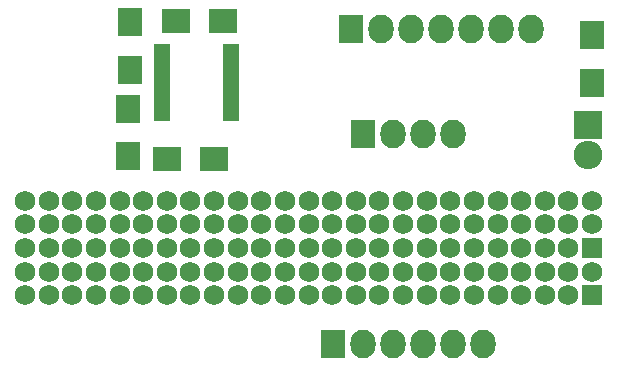
<source format=gts>
G04 #@! TF.FileFunction,Soldermask,Top*
%FSLAX46Y46*%
G04 Gerber Fmt 4.6, Leading zero omitted, Abs format (unit mm)*
G04 Created by KiCad (PCBNEW 4.0.4-stable) date 10/29/16 17:18:15*
%MOMM*%
%LPD*%
G01*
G04 APERTURE LIST*
%ADD10C,0.100000*%
%ADD11R,2.000000X2.400000*%
%ADD12R,2.400000X2.000000*%
%ADD13R,1.750000X1.750000*%
%ADD14C,1.750000*%
%ADD15R,2.432000X2.432000*%
%ADD16O,2.432000X2.432000*%
%ADD17R,2.127200X2.432000*%
%ADD18O,2.127200X2.432000*%
%ADD19R,2.400000X2.100000*%
%ADD20R,2.100000X2.400000*%
%ADD21R,1.400000X0.800000*%
G04 APERTURE END LIST*
D10*
D11*
X48844200Y-43897800D03*
X48844200Y-47897800D03*
X48750000Y-51250000D03*
X48750000Y-55250000D03*
D12*
X56750000Y-43750000D03*
X52750000Y-43750000D03*
D13*
X88000000Y-67000000D03*
D14*
X86000000Y-67000000D03*
X84000000Y-67000000D03*
X82000000Y-67000000D03*
X80000000Y-67000000D03*
X78000000Y-67000000D03*
X76000000Y-67000000D03*
X74000000Y-67000000D03*
X72000000Y-67000000D03*
X70000000Y-67000000D03*
X68000000Y-67000000D03*
X66000000Y-67000000D03*
X64000000Y-67000000D03*
X62000000Y-67000000D03*
X60000000Y-67000000D03*
X58000000Y-67000000D03*
X56000000Y-67000000D03*
X54000000Y-67000000D03*
X52000000Y-67000000D03*
X50000000Y-67000000D03*
X48000000Y-67000000D03*
X46000000Y-67000000D03*
X44000000Y-67000000D03*
X42000000Y-67000000D03*
X40000000Y-67000000D03*
X88000000Y-65000000D03*
X86000000Y-65000000D03*
X84000000Y-65000000D03*
X82000000Y-65000000D03*
X80000000Y-65000000D03*
X78000000Y-65000000D03*
X76000000Y-65000000D03*
X74000000Y-65000000D03*
X72000000Y-65000000D03*
X70000000Y-65000000D03*
X68000000Y-65000000D03*
X66000000Y-65000000D03*
X64000000Y-65000000D03*
X62000000Y-65000000D03*
X60000000Y-65000000D03*
X58000000Y-65000000D03*
X56000000Y-65000000D03*
X54000000Y-65000000D03*
X52000000Y-65000000D03*
X50000000Y-65000000D03*
X48000000Y-65000000D03*
X46000000Y-65000000D03*
X44000000Y-65000000D03*
X42000000Y-65000000D03*
X40000000Y-65000000D03*
X40000000Y-59000000D03*
X42000000Y-59000000D03*
X44000000Y-59000000D03*
X46000000Y-59000000D03*
X48000000Y-59000000D03*
X50000000Y-59000000D03*
X52000000Y-59000000D03*
X54000000Y-59000000D03*
X56000000Y-59000000D03*
X58000000Y-59000000D03*
X60000000Y-59000000D03*
X62000000Y-59000000D03*
X64000000Y-59000000D03*
X66000000Y-59000000D03*
X68000000Y-59000000D03*
X70000000Y-59000000D03*
X72000000Y-59000000D03*
X74000000Y-59000000D03*
X76000000Y-59000000D03*
X78000000Y-59000000D03*
X80000000Y-59000000D03*
X82000000Y-59000000D03*
X84000000Y-59000000D03*
X86000000Y-59000000D03*
X88000000Y-59000000D03*
D13*
X88000000Y-63000000D03*
D14*
X86000000Y-63000000D03*
X84000000Y-63000000D03*
X82000000Y-63000000D03*
X80000000Y-63000000D03*
X78000000Y-63000000D03*
X76000000Y-63000000D03*
X74000000Y-63000000D03*
X72000000Y-63000000D03*
X70000000Y-63000000D03*
X68000000Y-63000000D03*
X66000000Y-63000000D03*
X64000000Y-63000000D03*
X62000000Y-63000000D03*
X60000000Y-63000000D03*
X58000000Y-63000000D03*
X56000000Y-63000000D03*
X54000000Y-63000000D03*
X52000000Y-63000000D03*
X50000000Y-63000000D03*
X48000000Y-63000000D03*
X46000000Y-63000000D03*
X44000000Y-63000000D03*
X42000000Y-63000000D03*
X40000000Y-63000000D03*
X88000000Y-61000000D03*
X86000000Y-61000000D03*
X84000000Y-61000000D03*
X82000000Y-61000000D03*
X80000000Y-61000000D03*
X78000000Y-61000000D03*
X76000000Y-61000000D03*
X74000000Y-61000000D03*
X72000000Y-61000000D03*
X70000000Y-61000000D03*
X68000000Y-61000000D03*
X66000000Y-61000000D03*
X64000000Y-61000000D03*
X62000000Y-61000000D03*
X60000000Y-61000000D03*
X58000000Y-61000000D03*
X56000000Y-61000000D03*
X54000000Y-61000000D03*
X52000000Y-61000000D03*
X50000000Y-61000000D03*
X48000000Y-61000000D03*
X46000000Y-61000000D03*
X44000000Y-61000000D03*
X42000000Y-61000000D03*
X40000000Y-61000000D03*
D15*
X87630000Y-52578000D03*
D16*
X87630000Y-55118000D03*
D17*
X68580000Y-53340000D03*
D18*
X71120000Y-53340000D03*
X73660000Y-53340000D03*
X76200000Y-53340000D03*
D17*
X66040000Y-71120000D03*
D18*
X68580000Y-71120000D03*
X71120000Y-71120000D03*
X73660000Y-71120000D03*
X76200000Y-71120000D03*
X78740000Y-71120000D03*
D17*
X67564000Y-44450000D03*
D18*
X70104000Y-44450000D03*
X72644000Y-44450000D03*
X75184000Y-44450000D03*
X77724000Y-44450000D03*
X80264000Y-44450000D03*
X82804000Y-44450000D03*
D19*
X52000000Y-55500000D03*
X56000000Y-55500000D03*
D20*
X88000000Y-49000000D03*
X88000000Y-45000000D03*
D21*
X51600000Y-46075000D03*
X51600000Y-46725000D03*
X51600000Y-47375000D03*
X51600000Y-48025000D03*
X51600000Y-48675000D03*
X51600000Y-49325000D03*
X51600000Y-49975000D03*
X51600000Y-50625000D03*
X51600000Y-51275000D03*
X51600000Y-51925000D03*
X57400000Y-51925000D03*
X57400000Y-51275000D03*
X57400000Y-50625000D03*
X57400000Y-49975000D03*
X57400000Y-49325000D03*
X57400000Y-48675000D03*
X57400000Y-48025000D03*
X57400000Y-47375000D03*
X57400000Y-46725000D03*
X57400000Y-46075000D03*
M02*

</source>
